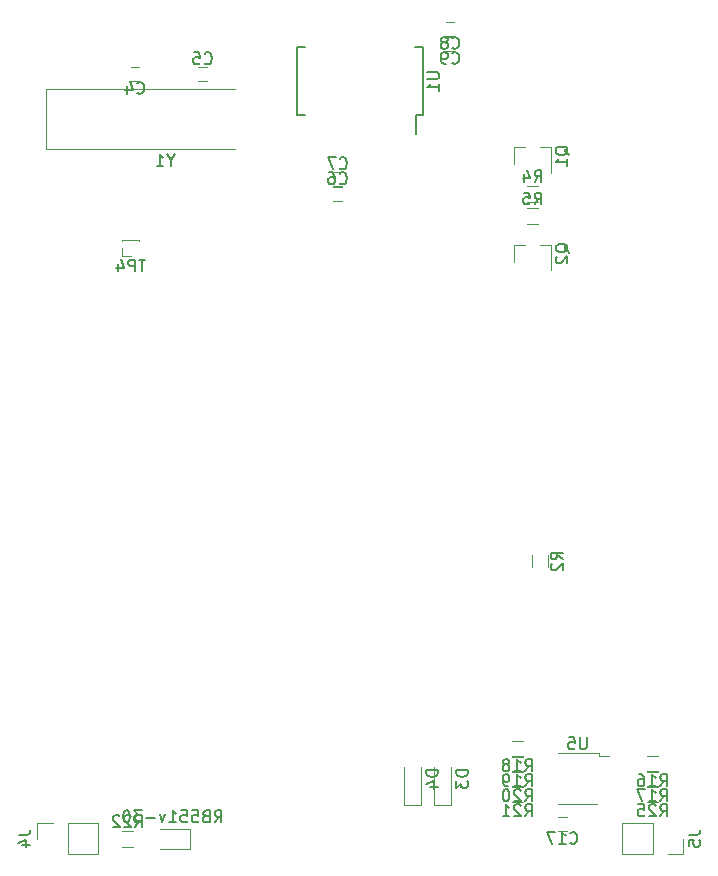
<source format=gbo>
G04 #@! TF.FileFunction,Legend,Bot*
%FSLAX46Y46*%
G04 Gerber Fmt 4.6, Leading zero omitted, Abs format (unit mm)*
G04 Created by KiCad (PCBNEW 4.0.6) date 01/13/18 12:32:24*
%MOMM*%
%LPD*%
G01*
G04 APERTURE LIST*
%ADD10C,0.100000*%
%ADD11C,0.120000*%
%ADD12C,0.150000*%
G04 APERTURE END LIST*
D10*
D11*
X49715000Y-43190000D02*
X33740000Y-43190000D01*
X33740000Y-43190000D02*
X33740000Y-38090000D01*
X33740000Y-38090000D02*
X49715000Y-38090000D01*
X40925000Y-37430000D02*
X41625000Y-37430000D01*
X41625000Y-36230000D02*
X40925000Y-36230000D01*
X47340000Y-36230000D02*
X46640000Y-36230000D01*
X46640000Y-37430000D02*
X47340000Y-37430000D01*
X58770000Y-46390000D02*
X58070000Y-46390000D01*
X58070000Y-47590000D02*
X58770000Y-47590000D01*
X58770000Y-45120000D02*
X58070000Y-45120000D01*
X58070000Y-46320000D02*
X58770000Y-46320000D01*
X67595000Y-33620000D02*
X68295000Y-33620000D01*
X68295000Y-32420000D02*
X67595000Y-32420000D01*
X67595000Y-34890000D02*
X68295000Y-34890000D01*
X68295000Y-33690000D02*
X67595000Y-33690000D01*
X77120000Y-100930000D02*
X77820000Y-100930000D01*
X77820000Y-99730000D02*
X77120000Y-99730000D01*
X66560000Y-95520000D02*
X66560000Y-98720000D01*
X68060000Y-98720000D02*
X68060000Y-95520000D01*
X68060000Y-98720000D02*
X66560000Y-98720000D01*
X64020000Y-95520000D02*
X64020000Y-98720000D01*
X65520000Y-98720000D02*
X65520000Y-95520000D01*
X65520000Y-98720000D02*
X64020000Y-98720000D01*
X38160000Y-100270000D02*
X38160000Y-102930000D01*
X35560000Y-100270000D02*
X38160000Y-100270000D01*
X35560000Y-102930000D02*
X38160000Y-102930000D01*
X35560000Y-100270000D02*
X35560000Y-102930000D01*
X34290000Y-100270000D02*
X32960000Y-100270000D01*
X32960000Y-100270000D02*
X32960000Y-101600000D01*
X82490000Y-102930000D02*
X82490000Y-100270000D01*
X85090000Y-102930000D02*
X82490000Y-102930000D01*
X85090000Y-100270000D02*
X82490000Y-100270000D01*
X85090000Y-102930000D02*
X85090000Y-100270000D01*
X86360000Y-102930000D02*
X87690000Y-102930000D01*
X87690000Y-102930000D02*
X87690000Y-101600000D01*
X73350000Y-43055000D02*
X74280000Y-43055000D01*
X76510000Y-43055000D02*
X75580000Y-43055000D01*
X76510000Y-43055000D02*
X76510000Y-45215000D01*
X73350000Y-43055000D02*
X73350000Y-44515000D01*
X73350000Y-51310000D02*
X74280000Y-51310000D01*
X76510000Y-51310000D02*
X75580000Y-51310000D01*
X76510000Y-51310000D02*
X76510000Y-53470000D01*
X73350000Y-51310000D02*
X73350000Y-52770000D01*
X74885000Y-77605000D02*
X74885000Y-78605000D01*
X76245000Y-78605000D02*
X76245000Y-77605000D01*
X74430000Y-47670000D02*
X75430000Y-47670000D01*
X75430000Y-46310000D02*
X74430000Y-46310000D01*
X74430000Y-49575000D02*
X75430000Y-49575000D01*
X75430000Y-48215000D02*
X74430000Y-48215000D01*
X85590000Y-94570000D02*
X84590000Y-94570000D01*
X84590000Y-95930000D02*
X85590000Y-95930000D01*
X85590000Y-95840000D02*
X84590000Y-95840000D01*
X84590000Y-97200000D02*
X85590000Y-97200000D01*
X74160000Y-93300000D02*
X73160000Y-93300000D01*
X73160000Y-94660000D02*
X74160000Y-94660000D01*
X74160000Y-94570000D02*
X73160000Y-94570000D01*
X73160000Y-95930000D02*
X74160000Y-95930000D01*
X74160000Y-95840000D02*
X73160000Y-95840000D01*
X73160000Y-97200000D02*
X74160000Y-97200000D01*
X74160000Y-97110000D02*
X73160000Y-97110000D01*
X73160000Y-98470000D02*
X74160000Y-98470000D01*
X40140000Y-102280000D02*
X41140000Y-102280000D01*
X41140000Y-100920000D02*
X40140000Y-100920000D01*
X85590000Y-97110000D02*
X84590000Y-97110000D01*
X84590000Y-98470000D02*
X85590000Y-98470000D01*
X45950000Y-100750000D02*
X45950000Y-102450000D01*
X45950000Y-102450000D02*
X43400000Y-102450000D01*
X45950000Y-100750000D02*
X43400000Y-100750000D01*
X40199000Y-50877000D02*
X41589000Y-50877000D01*
X40199000Y-50877000D02*
X40199000Y-51002000D01*
X41589000Y-50877000D02*
X41589000Y-51002000D01*
X40199000Y-50877000D02*
X40285724Y-50877000D01*
X41502276Y-50877000D02*
X41589000Y-50877000D01*
X40199000Y-51562000D02*
X40199000Y-52247000D01*
X40199000Y-52247000D02*
X40894000Y-52247000D01*
D12*
X65650000Y-40340000D02*
X65075000Y-40340000D01*
X65650000Y-34590000D02*
X65000000Y-34590000D01*
X55000000Y-34590000D02*
X55650000Y-34590000D01*
X55000000Y-40340000D02*
X55650000Y-40340000D01*
X65650000Y-40340000D02*
X65650000Y-34590000D01*
X55000000Y-40340000D02*
X55000000Y-34590000D01*
X65075000Y-40340000D02*
X65075000Y-41940000D01*
D11*
X77090000Y-98670000D02*
X80390000Y-98670000D01*
X81390000Y-94620000D02*
X80540000Y-94620000D01*
X80540000Y-94620000D02*
X80540000Y-94320000D01*
X80540000Y-94320000D02*
X77090000Y-94320000D01*
D12*
X44291191Y-44166190D02*
X44291191Y-44642381D01*
X44624524Y-43642381D02*
X44291191Y-44166190D01*
X43957857Y-43642381D01*
X43100714Y-44642381D02*
X43672143Y-44642381D01*
X43386429Y-44642381D02*
X43386429Y-43642381D01*
X43481667Y-43785238D01*
X43576905Y-43880476D01*
X43672143Y-43928095D01*
X41441666Y-38437143D02*
X41489285Y-38484762D01*
X41632142Y-38532381D01*
X41727380Y-38532381D01*
X41870238Y-38484762D01*
X41965476Y-38389524D01*
X42013095Y-38294286D01*
X42060714Y-38103810D01*
X42060714Y-37960952D01*
X42013095Y-37770476D01*
X41965476Y-37675238D01*
X41870238Y-37580000D01*
X41727380Y-37532381D01*
X41632142Y-37532381D01*
X41489285Y-37580000D01*
X41441666Y-37627619D01*
X40584523Y-37865714D02*
X40584523Y-38532381D01*
X40822619Y-37484762D02*
X41060714Y-38199048D01*
X40441666Y-38199048D01*
X47156666Y-35937143D02*
X47204285Y-35984762D01*
X47347142Y-36032381D01*
X47442380Y-36032381D01*
X47585238Y-35984762D01*
X47680476Y-35889524D01*
X47728095Y-35794286D01*
X47775714Y-35603810D01*
X47775714Y-35460952D01*
X47728095Y-35270476D01*
X47680476Y-35175238D01*
X47585238Y-35080000D01*
X47442380Y-35032381D01*
X47347142Y-35032381D01*
X47204285Y-35080000D01*
X47156666Y-35127619D01*
X46251904Y-35032381D02*
X46728095Y-35032381D01*
X46775714Y-35508571D01*
X46728095Y-35460952D01*
X46632857Y-35413333D01*
X46394761Y-35413333D01*
X46299523Y-35460952D01*
X46251904Y-35508571D01*
X46204285Y-35603810D01*
X46204285Y-35841905D01*
X46251904Y-35937143D01*
X46299523Y-35984762D01*
X46394761Y-36032381D01*
X46632857Y-36032381D01*
X46728095Y-35984762D01*
X46775714Y-35937143D01*
X58586666Y-46097143D02*
X58634285Y-46144762D01*
X58777142Y-46192381D01*
X58872380Y-46192381D01*
X59015238Y-46144762D01*
X59110476Y-46049524D01*
X59158095Y-45954286D01*
X59205714Y-45763810D01*
X59205714Y-45620952D01*
X59158095Y-45430476D01*
X59110476Y-45335238D01*
X59015238Y-45240000D01*
X58872380Y-45192381D01*
X58777142Y-45192381D01*
X58634285Y-45240000D01*
X58586666Y-45287619D01*
X57729523Y-45192381D02*
X57920000Y-45192381D01*
X58015238Y-45240000D01*
X58062857Y-45287619D01*
X58158095Y-45430476D01*
X58205714Y-45620952D01*
X58205714Y-46001905D01*
X58158095Y-46097143D01*
X58110476Y-46144762D01*
X58015238Y-46192381D01*
X57824761Y-46192381D01*
X57729523Y-46144762D01*
X57681904Y-46097143D01*
X57634285Y-46001905D01*
X57634285Y-45763810D01*
X57681904Y-45668571D01*
X57729523Y-45620952D01*
X57824761Y-45573333D01*
X58015238Y-45573333D01*
X58110476Y-45620952D01*
X58158095Y-45668571D01*
X58205714Y-45763810D01*
X58586666Y-44827143D02*
X58634285Y-44874762D01*
X58777142Y-44922381D01*
X58872380Y-44922381D01*
X59015238Y-44874762D01*
X59110476Y-44779524D01*
X59158095Y-44684286D01*
X59205714Y-44493810D01*
X59205714Y-44350952D01*
X59158095Y-44160476D01*
X59110476Y-44065238D01*
X59015238Y-43970000D01*
X58872380Y-43922381D01*
X58777142Y-43922381D01*
X58634285Y-43970000D01*
X58586666Y-44017619D01*
X58253333Y-43922381D02*
X57586666Y-43922381D01*
X58015238Y-44922381D01*
X68111666Y-34627143D02*
X68159285Y-34674762D01*
X68302142Y-34722381D01*
X68397380Y-34722381D01*
X68540238Y-34674762D01*
X68635476Y-34579524D01*
X68683095Y-34484286D01*
X68730714Y-34293810D01*
X68730714Y-34150952D01*
X68683095Y-33960476D01*
X68635476Y-33865238D01*
X68540238Y-33770000D01*
X68397380Y-33722381D01*
X68302142Y-33722381D01*
X68159285Y-33770000D01*
X68111666Y-33817619D01*
X67540238Y-34150952D02*
X67635476Y-34103333D01*
X67683095Y-34055714D01*
X67730714Y-33960476D01*
X67730714Y-33912857D01*
X67683095Y-33817619D01*
X67635476Y-33770000D01*
X67540238Y-33722381D01*
X67349761Y-33722381D01*
X67254523Y-33770000D01*
X67206904Y-33817619D01*
X67159285Y-33912857D01*
X67159285Y-33960476D01*
X67206904Y-34055714D01*
X67254523Y-34103333D01*
X67349761Y-34150952D01*
X67540238Y-34150952D01*
X67635476Y-34198571D01*
X67683095Y-34246190D01*
X67730714Y-34341429D01*
X67730714Y-34531905D01*
X67683095Y-34627143D01*
X67635476Y-34674762D01*
X67540238Y-34722381D01*
X67349761Y-34722381D01*
X67254523Y-34674762D01*
X67206904Y-34627143D01*
X67159285Y-34531905D01*
X67159285Y-34341429D01*
X67206904Y-34246190D01*
X67254523Y-34198571D01*
X67349761Y-34150952D01*
X68111666Y-35897143D02*
X68159285Y-35944762D01*
X68302142Y-35992381D01*
X68397380Y-35992381D01*
X68540238Y-35944762D01*
X68635476Y-35849524D01*
X68683095Y-35754286D01*
X68730714Y-35563810D01*
X68730714Y-35420952D01*
X68683095Y-35230476D01*
X68635476Y-35135238D01*
X68540238Y-35040000D01*
X68397380Y-34992381D01*
X68302142Y-34992381D01*
X68159285Y-35040000D01*
X68111666Y-35087619D01*
X67635476Y-35992381D02*
X67445000Y-35992381D01*
X67349761Y-35944762D01*
X67302142Y-35897143D01*
X67206904Y-35754286D01*
X67159285Y-35563810D01*
X67159285Y-35182857D01*
X67206904Y-35087619D01*
X67254523Y-35040000D01*
X67349761Y-34992381D01*
X67540238Y-34992381D01*
X67635476Y-35040000D01*
X67683095Y-35087619D01*
X67730714Y-35182857D01*
X67730714Y-35420952D01*
X67683095Y-35516190D01*
X67635476Y-35563810D01*
X67540238Y-35611429D01*
X67349761Y-35611429D01*
X67254523Y-35563810D01*
X67206904Y-35516190D01*
X67159285Y-35420952D01*
X78112857Y-101937143D02*
X78160476Y-101984762D01*
X78303333Y-102032381D01*
X78398571Y-102032381D01*
X78541429Y-101984762D01*
X78636667Y-101889524D01*
X78684286Y-101794286D01*
X78731905Y-101603810D01*
X78731905Y-101460952D01*
X78684286Y-101270476D01*
X78636667Y-101175238D01*
X78541429Y-101080000D01*
X78398571Y-101032381D01*
X78303333Y-101032381D01*
X78160476Y-101080000D01*
X78112857Y-101127619D01*
X77160476Y-102032381D02*
X77731905Y-102032381D01*
X77446191Y-102032381D02*
X77446191Y-101032381D01*
X77541429Y-101175238D01*
X77636667Y-101270476D01*
X77731905Y-101318095D01*
X76827143Y-101032381D02*
X76160476Y-101032381D01*
X76589048Y-102032381D01*
X69462381Y-95781905D02*
X68462381Y-95781905D01*
X68462381Y-96020000D01*
X68510000Y-96162858D01*
X68605238Y-96258096D01*
X68700476Y-96305715D01*
X68890952Y-96353334D01*
X69033810Y-96353334D01*
X69224286Y-96305715D01*
X69319524Y-96258096D01*
X69414762Y-96162858D01*
X69462381Y-96020000D01*
X69462381Y-95781905D01*
X68462381Y-96686667D02*
X68462381Y-97305715D01*
X68843333Y-96972381D01*
X68843333Y-97115239D01*
X68890952Y-97210477D01*
X68938571Y-97258096D01*
X69033810Y-97305715D01*
X69271905Y-97305715D01*
X69367143Y-97258096D01*
X69414762Y-97210477D01*
X69462381Y-97115239D01*
X69462381Y-96829524D01*
X69414762Y-96734286D01*
X69367143Y-96686667D01*
X66922381Y-95781905D02*
X65922381Y-95781905D01*
X65922381Y-96020000D01*
X65970000Y-96162858D01*
X66065238Y-96258096D01*
X66160476Y-96305715D01*
X66350952Y-96353334D01*
X66493810Y-96353334D01*
X66684286Y-96305715D01*
X66779524Y-96258096D01*
X66874762Y-96162858D01*
X66922381Y-96020000D01*
X66922381Y-95781905D01*
X66255714Y-97210477D02*
X66922381Y-97210477D01*
X65874762Y-96972381D02*
X66589048Y-96734286D01*
X66589048Y-97353334D01*
X31412381Y-101266667D02*
X32126667Y-101266667D01*
X32269524Y-101219047D01*
X32364762Y-101123809D01*
X32412381Y-100980952D01*
X32412381Y-100885714D01*
X31745714Y-102171429D02*
X32412381Y-102171429D01*
X31364762Y-101933333D02*
X32079048Y-101695238D01*
X32079048Y-102314286D01*
X88142381Y-101266667D02*
X88856667Y-101266667D01*
X88999524Y-101219047D01*
X89094762Y-101123809D01*
X89142381Y-100980952D01*
X89142381Y-100885714D01*
X88142381Y-102219048D02*
X88142381Y-101742857D01*
X88618571Y-101695238D01*
X88570952Y-101742857D01*
X88523333Y-101838095D01*
X88523333Y-102076191D01*
X88570952Y-102171429D01*
X88618571Y-102219048D01*
X88713810Y-102266667D01*
X88951905Y-102266667D01*
X89047143Y-102219048D01*
X89094762Y-102171429D01*
X89142381Y-102076191D01*
X89142381Y-101838095D01*
X89094762Y-101742857D01*
X89047143Y-101695238D01*
X77977619Y-43719762D02*
X77930000Y-43624524D01*
X77834762Y-43529286D01*
X77691905Y-43386429D01*
X77644286Y-43291190D01*
X77644286Y-43195952D01*
X77882381Y-43243571D02*
X77834762Y-43148333D01*
X77739524Y-43053095D01*
X77549048Y-43005476D01*
X77215714Y-43005476D01*
X77025238Y-43053095D01*
X76930000Y-43148333D01*
X76882381Y-43243571D01*
X76882381Y-43434048D01*
X76930000Y-43529286D01*
X77025238Y-43624524D01*
X77215714Y-43672143D01*
X77549048Y-43672143D01*
X77739524Y-43624524D01*
X77834762Y-43529286D01*
X77882381Y-43434048D01*
X77882381Y-43243571D01*
X77882381Y-44624524D02*
X77882381Y-44053095D01*
X77882381Y-44338809D02*
X76882381Y-44338809D01*
X77025238Y-44243571D01*
X77120476Y-44148333D01*
X77168095Y-44053095D01*
X77977619Y-51974762D02*
X77930000Y-51879524D01*
X77834762Y-51784286D01*
X77691905Y-51641429D01*
X77644286Y-51546190D01*
X77644286Y-51450952D01*
X77882381Y-51498571D02*
X77834762Y-51403333D01*
X77739524Y-51308095D01*
X77549048Y-51260476D01*
X77215714Y-51260476D01*
X77025238Y-51308095D01*
X76930000Y-51403333D01*
X76882381Y-51498571D01*
X76882381Y-51689048D01*
X76930000Y-51784286D01*
X77025238Y-51879524D01*
X77215714Y-51927143D01*
X77549048Y-51927143D01*
X77739524Y-51879524D01*
X77834762Y-51784286D01*
X77882381Y-51689048D01*
X77882381Y-51498571D01*
X76977619Y-52308095D02*
X76930000Y-52355714D01*
X76882381Y-52450952D01*
X76882381Y-52689048D01*
X76930000Y-52784286D01*
X76977619Y-52831905D01*
X77072857Y-52879524D01*
X77168095Y-52879524D01*
X77310952Y-52831905D01*
X77882381Y-52260476D01*
X77882381Y-52879524D01*
X77467381Y-77938334D02*
X76991190Y-77605000D01*
X77467381Y-77366905D02*
X76467381Y-77366905D01*
X76467381Y-77747858D01*
X76515000Y-77843096D01*
X76562619Y-77890715D01*
X76657857Y-77938334D01*
X76800714Y-77938334D01*
X76895952Y-77890715D01*
X76943571Y-77843096D01*
X76991190Y-77747858D01*
X76991190Y-77366905D01*
X76562619Y-78319286D02*
X76515000Y-78366905D01*
X76467381Y-78462143D01*
X76467381Y-78700239D01*
X76515000Y-78795477D01*
X76562619Y-78843096D01*
X76657857Y-78890715D01*
X76753095Y-78890715D01*
X76895952Y-78843096D01*
X77467381Y-78271667D01*
X77467381Y-78890715D01*
X75096666Y-45992381D02*
X75430000Y-45516190D01*
X75668095Y-45992381D02*
X75668095Y-44992381D01*
X75287142Y-44992381D01*
X75191904Y-45040000D01*
X75144285Y-45087619D01*
X75096666Y-45182857D01*
X75096666Y-45325714D01*
X75144285Y-45420952D01*
X75191904Y-45468571D01*
X75287142Y-45516190D01*
X75668095Y-45516190D01*
X74239523Y-45325714D02*
X74239523Y-45992381D01*
X74477619Y-44944762D02*
X74715714Y-45659048D01*
X74096666Y-45659048D01*
X75096666Y-47897381D02*
X75430000Y-47421190D01*
X75668095Y-47897381D02*
X75668095Y-46897381D01*
X75287142Y-46897381D01*
X75191904Y-46945000D01*
X75144285Y-46992619D01*
X75096666Y-47087857D01*
X75096666Y-47230714D01*
X75144285Y-47325952D01*
X75191904Y-47373571D01*
X75287142Y-47421190D01*
X75668095Y-47421190D01*
X74191904Y-46897381D02*
X74668095Y-46897381D01*
X74715714Y-47373571D01*
X74668095Y-47325952D01*
X74572857Y-47278333D01*
X74334761Y-47278333D01*
X74239523Y-47325952D01*
X74191904Y-47373571D01*
X74144285Y-47468810D01*
X74144285Y-47706905D01*
X74191904Y-47802143D01*
X74239523Y-47849762D01*
X74334761Y-47897381D01*
X74572857Y-47897381D01*
X74668095Y-47849762D01*
X74715714Y-47802143D01*
X85732857Y-97152381D02*
X86066191Y-96676190D01*
X86304286Y-97152381D02*
X86304286Y-96152381D01*
X85923333Y-96152381D01*
X85828095Y-96200000D01*
X85780476Y-96247619D01*
X85732857Y-96342857D01*
X85732857Y-96485714D01*
X85780476Y-96580952D01*
X85828095Y-96628571D01*
X85923333Y-96676190D01*
X86304286Y-96676190D01*
X84780476Y-97152381D02*
X85351905Y-97152381D01*
X85066191Y-97152381D02*
X85066191Y-96152381D01*
X85161429Y-96295238D01*
X85256667Y-96390476D01*
X85351905Y-96438095D01*
X83923333Y-96152381D02*
X84113810Y-96152381D01*
X84209048Y-96200000D01*
X84256667Y-96247619D01*
X84351905Y-96390476D01*
X84399524Y-96580952D01*
X84399524Y-96961905D01*
X84351905Y-97057143D01*
X84304286Y-97104762D01*
X84209048Y-97152381D01*
X84018571Y-97152381D01*
X83923333Y-97104762D01*
X83875714Y-97057143D01*
X83828095Y-96961905D01*
X83828095Y-96723810D01*
X83875714Y-96628571D01*
X83923333Y-96580952D01*
X84018571Y-96533333D01*
X84209048Y-96533333D01*
X84304286Y-96580952D01*
X84351905Y-96628571D01*
X84399524Y-96723810D01*
X85732857Y-98422381D02*
X86066191Y-97946190D01*
X86304286Y-98422381D02*
X86304286Y-97422381D01*
X85923333Y-97422381D01*
X85828095Y-97470000D01*
X85780476Y-97517619D01*
X85732857Y-97612857D01*
X85732857Y-97755714D01*
X85780476Y-97850952D01*
X85828095Y-97898571D01*
X85923333Y-97946190D01*
X86304286Y-97946190D01*
X84780476Y-98422381D02*
X85351905Y-98422381D01*
X85066191Y-98422381D02*
X85066191Y-97422381D01*
X85161429Y-97565238D01*
X85256667Y-97660476D01*
X85351905Y-97708095D01*
X84447143Y-97422381D02*
X83780476Y-97422381D01*
X84209048Y-98422381D01*
X74302857Y-95882381D02*
X74636191Y-95406190D01*
X74874286Y-95882381D02*
X74874286Y-94882381D01*
X74493333Y-94882381D01*
X74398095Y-94930000D01*
X74350476Y-94977619D01*
X74302857Y-95072857D01*
X74302857Y-95215714D01*
X74350476Y-95310952D01*
X74398095Y-95358571D01*
X74493333Y-95406190D01*
X74874286Y-95406190D01*
X73350476Y-95882381D02*
X73921905Y-95882381D01*
X73636191Y-95882381D02*
X73636191Y-94882381D01*
X73731429Y-95025238D01*
X73826667Y-95120476D01*
X73921905Y-95168095D01*
X72779048Y-95310952D02*
X72874286Y-95263333D01*
X72921905Y-95215714D01*
X72969524Y-95120476D01*
X72969524Y-95072857D01*
X72921905Y-94977619D01*
X72874286Y-94930000D01*
X72779048Y-94882381D01*
X72588571Y-94882381D01*
X72493333Y-94930000D01*
X72445714Y-94977619D01*
X72398095Y-95072857D01*
X72398095Y-95120476D01*
X72445714Y-95215714D01*
X72493333Y-95263333D01*
X72588571Y-95310952D01*
X72779048Y-95310952D01*
X72874286Y-95358571D01*
X72921905Y-95406190D01*
X72969524Y-95501429D01*
X72969524Y-95691905D01*
X72921905Y-95787143D01*
X72874286Y-95834762D01*
X72779048Y-95882381D01*
X72588571Y-95882381D01*
X72493333Y-95834762D01*
X72445714Y-95787143D01*
X72398095Y-95691905D01*
X72398095Y-95501429D01*
X72445714Y-95406190D01*
X72493333Y-95358571D01*
X72588571Y-95310952D01*
X74302857Y-97152381D02*
X74636191Y-96676190D01*
X74874286Y-97152381D02*
X74874286Y-96152381D01*
X74493333Y-96152381D01*
X74398095Y-96200000D01*
X74350476Y-96247619D01*
X74302857Y-96342857D01*
X74302857Y-96485714D01*
X74350476Y-96580952D01*
X74398095Y-96628571D01*
X74493333Y-96676190D01*
X74874286Y-96676190D01*
X73350476Y-97152381D02*
X73921905Y-97152381D01*
X73636191Y-97152381D02*
X73636191Y-96152381D01*
X73731429Y-96295238D01*
X73826667Y-96390476D01*
X73921905Y-96438095D01*
X72874286Y-97152381D02*
X72683810Y-97152381D01*
X72588571Y-97104762D01*
X72540952Y-97057143D01*
X72445714Y-96914286D01*
X72398095Y-96723810D01*
X72398095Y-96342857D01*
X72445714Y-96247619D01*
X72493333Y-96200000D01*
X72588571Y-96152381D01*
X72779048Y-96152381D01*
X72874286Y-96200000D01*
X72921905Y-96247619D01*
X72969524Y-96342857D01*
X72969524Y-96580952D01*
X72921905Y-96676190D01*
X72874286Y-96723810D01*
X72779048Y-96771429D01*
X72588571Y-96771429D01*
X72493333Y-96723810D01*
X72445714Y-96676190D01*
X72398095Y-96580952D01*
X74302857Y-98422381D02*
X74636191Y-97946190D01*
X74874286Y-98422381D02*
X74874286Y-97422381D01*
X74493333Y-97422381D01*
X74398095Y-97470000D01*
X74350476Y-97517619D01*
X74302857Y-97612857D01*
X74302857Y-97755714D01*
X74350476Y-97850952D01*
X74398095Y-97898571D01*
X74493333Y-97946190D01*
X74874286Y-97946190D01*
X73921905Y-97517619D02*
X73874286Y-97470000D01*
X73779048Y-97422381D01*
X73540952Y-97422381D01*
X73445714Y-97470000D01*
X73398095Y-97517619D01*
X73350476Y-97612857D01*
X73350476Y-97708095D01*
X73398095Y-97850952D01*
X73969524Y-98422381D01*
X73350476Y-98422381D01*
X72731429Y-97422381D02*
X72636190Y-97422381D01*
X72540952Y-97470000D01*
X72493333Y-97517619D01*
X72445714Y-97612857D01*
X72398095Y-97803333D01*
X72398095Y-98041429D01*
X72445714Y-98231905D01*
X72493333Y-98327143D01*
X72540952Y-98374762D01*
X72636190Y-98422381D01*
X72731429Y-98422381D01*
X72826667Y-98374762D01*
X72874286Y-98327143D01*
X72921905Y-98231905D01*
X72969524Y-98041429D01*
X72969524Y-97803333D01*
X72921905Y-97612857D01*
X72874286Y-97517619D01*
X72826667Y-97470000D01*
X72731429Y-97422381D01*
X74302857Y-99692381D02*
X74636191Y-99216190D01*
X74874286Y-99692381D02*
X74874286Y-98692381D01*
X74493333Y-98692381D01*
X74398095Y-98740000D01*
X74350476Y-98787619D01*
X74302857Y-98882857D01*
X74302857Y-99025714D01*
X74350476Y-99120952D01*
X74398095Y-99168571D01*
X74493333Y-99216190D01*
X74874286Y-99216190D01*
X73921905Y-98787619D02*
X73874286Y-98740000D01*
X73779048Y-98692381D01*
X73540952Y-98692381D01*
X73445714Y-98740000D01*
X73398095Y-98787619D01*
X73350476Y-98882857D01*
X73350476Y-98978095D01*
X73398095Y-99120952D01*
X73969524Y-99692381D01*
X73350476Y-99692381D01*
X72398095Y-99692381D02*
X72969524Y-99692381D01*
X72683810Y-99692381D02*
X72683810Y-98692381D01*
X72779048Y-98835238D01*
X72874286Y-98930476D01*
X72969524Y-98978095D01*
X41282857Y-100602381D02*
X41616191Y-100126190D01*
X41854286Y-100602381D02*
X41854286Y-99602381D01*
X41473333Y-99602381D01*
X41378095Y-99650000D01*
X41330476Y-99697619D01*
X41282857Y-99792857D01*
X41282857Y-99935714D01*
X41330476Y-100030952D01*
X41378095Y-100078571D01*
X41473333Y-100126190D01*
X41854286Y-100126190D01*
X40901905Y-99697619D02*
X40854286Y-99650000D01*
X40759048Y-99602381D01*
X40520952Y-99602381D01*
X40425714Y-99650000D01*
X40378095Y-99697619D01*
X40330476Y-99792857D01*
X40330476Y-99888095D01*
X40378095Y-100030952D01*
X40949524Y-100602381D01*
X40330476Y-100602381D01*
X39949524Y-99697619D02*
X39901905Y-99650000D01*
X39806667Y-99602381D01*
X39568571Y-99602381D01*
X39473333Y-99650000D01*
X39425714Y-99697619D01*
X39378095Y-99792857D01*
X39378095Y-99888095D01*
X39425714Y-100030952D01*
X39997143Y-100602381D01*
X39378095Y-100602381D01*
X85732857Y-99692381D02*
X86066191Y-99216190D01*
X86304286Y-99692381D02*
X86304286Y-98692381D01*
X85923333Y-98692381D01*
X85828095Y-98740000D01*
X85780476Y-98787619D01*
X85732857Y-98882857D01*
X85732857Y-99025714D01*
X85780476Y-99120952D01*
X85828095Y-99168571D01*
X85923333Y-99216190D01*
X86304286Y-99216190D01*
X85351905Y-98787619D02*
X85304286Y-98740000D01*
X85209048Y-98692381D01*
X84970952Y-98692381D01*
X84875714Y-98740000D01*
X84828095Y-98787619D01*
X84780476Y-98882857D01*
X84780476Y-98978095D01*
X84828095Y-99120952D01*
X85399524Y-99692381D01*
X84780476Y-99692381D01*
X83875714Y-98692381D02*
X84351905Y-98692381D01*
X84399524Y-99168571D01*
X84351905Y-99120952D01*
X84256667Y-99073333D01*
X84018571Y-99073333D01*
X83923333Y-99120952D01*
X83875714Y-99168571D01*
X83828095Y-99263810D01*
X83828095Y-99501905D01*
X83875714Y-99597143D01*
X83923333Y-99644762D01*
X84018571Y-99692381D01*
X84256667Y-99692381D01*
X84351905Y-99644762D01*
X84399524Y-99597143D01*
X48021428Y-100202381D02*
X48354762Y-99726190D01*
X48592857Y-100202381D02*
X48592857Y-99202381D01*
X48211904Y-99202381D01*
X48116666Y-99250000D01*
X48069047Y-99297619D01*
X48021428Y-99392857D01*
X48021428Y-99535714D01*
X48069047Y-99630952D01*
X48116666Y-99678571D01*
X48211904Y-99726190D01*
X48592857Y-99726190D01*
X47259523Y-99678571D02*
X47116666Y-99726190D01*
X47069047Y-99773810D01*
X47021428Y-99869048D01*
X47021428Y-100011905D01*
X47069047Y-100107143D01*
X47116666Y-100154762D01*
X47211904Y-100202381D01*
X47592857Y-100202381D01*
X47592857Y-99202381D01*
X47259523Y-99202381D01*
X47164285Y-99250000D01*
X47116666Y-99297619D01*
X47069047Y-99392857D01*
X47069047Y-99488095D01*
X47116666Y-99583333D01*
X47164285Y-99630952D01*
X47259523Y-99678571D01*
X47592857Y-99678571D01*
X46116666Y-99202381D02*
X46592857Y-99202381D01*
X46640476Y-99678571D01*
X46592857Y-99630952D01*
X46497619Y-99583333D01*
X46259523Y-99583333D01*
X46164285Y-99630952D01*
X46116666Y-99678571D01*
X46069047Y-99773810D01*
X46069047Y-100011905D01*
X46116666Y-100107143D01*
X46164285Y-100154762D01*
X46259523Y-100202381D01*
X46497619Y-100202381D01*
X46592857Y-100154762D01*
X46640476Y-100107143D01*
X45164285Y-99202381D02*
X45640476Y-99202381D01*
X45688095Y-99678571D01*
X45640476Y-99630952D01*
X45545238Y-99583333D01*
X45307142Y-99583333D01*
X45211904Y-99630952D01*
X45164285Y-99678571D01*
X45116666Y-99773810D01*
X45116666Y-100011905D01*
X45164285Y-100107143D01*
X45211904Y-100154762D01*
X45307142Y-100202381D01*
X45545238Y-100202381D01*
X45640476Y-100154762D01*
X45688095Y-100107143D01*
X44164285Y-100202381D02*
X44735714Y-100202381D01*
X44450000Y-100202381D02*
X44450000Y-99202381D01*
X44545238Y-99345238D01*
X44640476Y-99440476D01*
X44735714Y-99488095D01*
X43830952Y-99535714D02*
X43592857Y-100202381D01*
X43354761Y-99535714D01*
X42973809Y-99821429D02*
X42211904Y-99821429D01*
X41830952Y-99202381D02*
X41211904Y-99202381D01*
X41545238Y-99583333D01*
X41402380Y-99583333D01*
X41307142Y-99630952D01*
X41259523Y-99678571D01*
X41211904Y-99773810D01*
X41211904Y-100011905D01*
X41259523Y-100107143D01*
X41307142Y-100154762D01*
X41402380Y-100202381D01*
X41688095Y-100202381D01*
X41783333Y-100154762D01*
X41830952Y-100107143D01*
X40592857Y-99202381D02*
X40497618Y-99202381D01*
X40402380Y-99250000D01*
X40354761Y-99297619D01*
X40307142Y-99392857D01*
X40259523Y-99583333D01*
X40259523Y-99821429D01*
X40307142Y-100011905D01*
X40354761Y-100107143D01*
X40402380Y-100154762D01*
X40497618Y-100202381D01*
X40592857Y-100202381D01*
X40688095Y-100154762D01*
X40735714Y-100107143D01*
X40783333Y-100011905D01*
X40830952Y-99821429D01*
X40830952Y-99583333D01*
X40783333Y-99392857D01*
X40735714Y-99297619D01*
X40688095Y-99250000D01*
X40592857Y-99202381D01*
X42155905Y-52574381D02*
X41584476Y-52574381D01*
X41870191Y-53574381D02*
X41870191Y-52574381D01*
X41251143Y-53574381D02*
X41251143Y-52574381D01*
X40870190Y-52574381D01*
X40774952Y-52622000D01*
X40727333Y-52669619D01*
X40679714Y-52764857D01*
X40679714Y-52907714D01*
X40727333Y-53002952D01*
X40774952Y-53050571D01*
X40870190Y-53098190D01*
X41251143Y-53098190D01*
X39822571Y-52907714D02*
X39822571Y-53574381D01*
X40060667Y-52526762D02*
X40298762Y-53241048D01*
X39679714Y-53241048D01*
X66027381Y-36703095D02*
X66836905Y-36703095D01*
X66932143Y-36750714D01*
X66979762Y-36798333D01*
X67027381Y-36893571D01*
X67027381Y-37084048D01*
X66979762Y-37179286D01*
X66932143Y-37226905D01*
X66836905Y-37274524D01*
X66027381Y-37274524D01*
X67027381Y-38274524D02*
X67027381Y-37703095D01*
X67027381Y-37988809D02*
X66027381Y-37988809D01*
X66170238Y-37893571D01*
X66265476Y-37798333D01*
X66313095Y-37703095D01*
X79501905Y-93022381D02*
X79501905Y-93831905D01*
X79454286Y-93927143D01*
X79406667Y-93974762D01*
X79311429Y-94022381D01*
X79120952Y-94022381D01*
X79025714Y-93974762D01*
X78978095Y-93927143D01*
X78930476Y-93831905D01*
X78930476Y-93022381D01*
X77978095Y-93022381D02*
X78454286Y-93022381D01*
X78501905Y-93498571D01*
X78454286Y-93450952D01*
X78359048Y-93403333D01*
X78120952Y-93403333D01*
X78025714Y-93450952D01*
X77978095Y-93498571D01*
X77930476Y-93593810D01*
X77930476Y-93831905D01*
X77978095Y-93927143D01*
X78025714Y-93974762D01*
X78120952Y-94022381D01*
X78359048Y-94022381D01*
X78454286Y-93974762D01*
X78501905Y-93927143D01*
M02*

</source>
